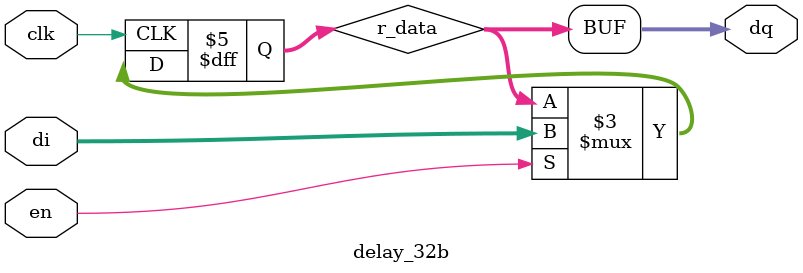
<source format=v>
`timescale 1ns / 1ps

module delay_32b(input clk,
                 input [31:0] di,
                 input en,
                 output [31:0] dq);

reg [31:0] r_data;
assign dq = r_data;

always@(posedge clk)
begin
    if (en == 1'b1) begin
        r_data <= di;
    end
end

endmodule

</source>
